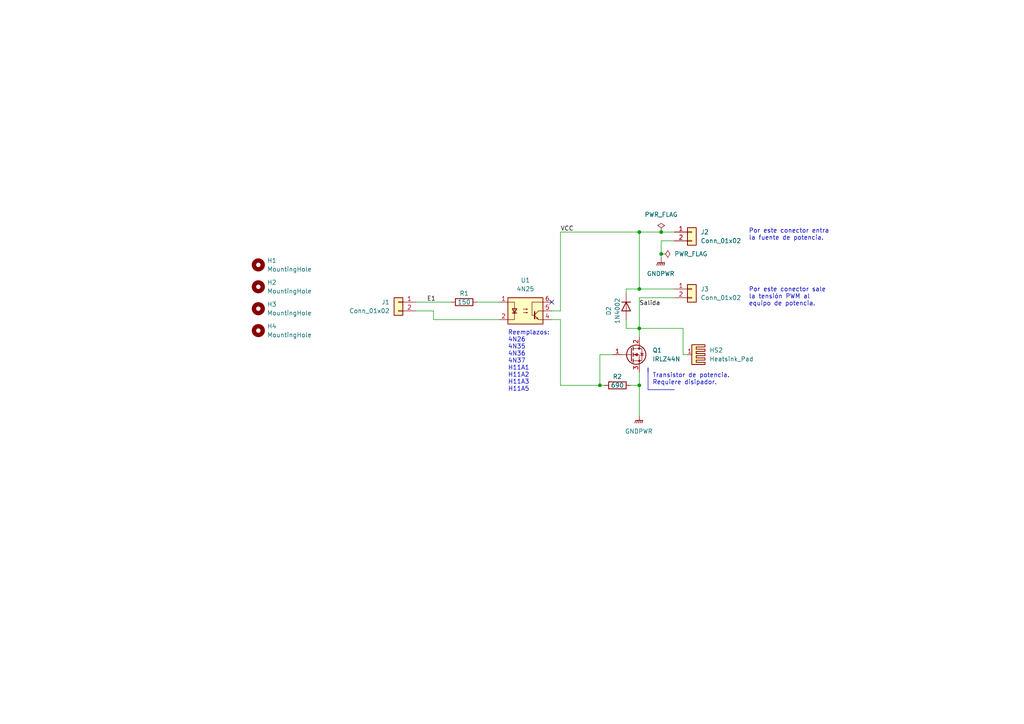
<source format=kicad_sch>
(kicad_sch (version 20250114) (generator "eeschema") (generator_version "9.0")
  (paper "A4")
  (title_block (title "Controlador CC 20 A") (date "2025-07-08") (company "Guillermo Federico Caporaletti") (comment 1 "Licencia: CERN OHL versión 25.0"))
  (lib_symbols
    (symbol "4N25_1" (pin_names (offset 1.016))
      (property "Reference" "U" (at -5.08 5.08 0))
      (property "Value" "4N25" (at 0 5.08 0))
      (symbol "4N25_1_0_1"
        (rectangle (start -5.08 3.81) (end 5.08 -3.81) (stroke (width 0.254)) (fill (type background)))
        (polyline (pts (xy -5.08 -2.54) (xy -3.175 -2.54) (xy -3.175 2.54) (xy -5.08 2.54)))
        (polyline (pts (xy -3.81 -0.635) (xy -2.54 -0.635)) (stroke (width 0.254)))
        (polyline (pts (xy -3.175 -0.635) (xy -3.81 0.635) (xy -2.54 0.635) (xy -3.175 -0.635)) (stroke (width 0.254)))
        (polyline (pts (xy -0.635 0.508) (xy 0.635 0.508) (xy 0.254 0.381) (xy 0.254 0.635) (xy 0.635 0.508)))
        (polyline (pts (xy -0.635 -0.508) (xy 0.635 -0.508) (xy 0.254 -0.635) (xy 0.254 -0.381) (xy 0.635 -0.508)))
        (polyline (pts (xy 2.667 -0.254) (xy 2.667 -2.286)) (stroke (width 0.3556)))
        (polyline (pts (xy 2.667 -1.143) (xy 3.81 0)))
        (polyline (pts (xy 2.667 -1.397) (xy 3.81 -2.54)))
        (polyline (pts (xy 3.683 -2.413) (xy 3.429 -1.905) (xy 3.175 -2.159) (xy 3.683 -2.413)))
        (polyline (pts (xy 3.81 0) (xy 5.08 0)))
        (polyline (pts (xy 3.81 -2.54) (xy 5.08 -2.54)))
        (polyline (pts (xy 5.08 2.54) (xy 1.905 2.54) (xy 1.905 -1.27) (xy 2.54 -1.27)))
      )
      (symbol "4N25_1_1_1"
        (pin passive line (at -7.62 2.54 0) (length 2.54) (name "~") (number "1"))
        (pin passive line (at -7.62 -2.54 0) (length 2.54) (name "~") (number "2"))
        (pin no_connect line (at -5.08 0 0) (length 2.54) (hide yes) (name "NC") (number "3"))
        (pin passive line (at 7.62 2.54 180) (length 2.54) (name "~") (number "6"))
        (pin passive line (at 7.62 0 180) (length 2.54) (name "~") (number "5"))
        (pin passive line (at 7.62 -2.54 180) (length 2.54) (name "~") (number "4"))
      )
    )
    (symbol "Connector_Generic:Conn_01x02" (pin_names (offset 1.016) (hide yes))
      (property "Reference" "J" (at 0 2.54 0))
      (property "Value" "Conn_01x02" (at 0 -5.08 0))
      (symbol "Conn_01x02_1_1"
        (rectangle (start -1.27 1.27) (end 1.27 -3.81) (stroke (width 0.254)) (fill (type background)))
        (rectangle (start -1.27 0.127) (end 0 -0.127) (stroke (width 0.1524)))
        (rectangle (start -1.27 -2.413) (end 0 -2.667) (stroke (width 0.1524)))
        (pin passive line (at -5.08 0 0) (length 3.81) (name "Pin_1") (number "1"))
        (pin passive line (at -5.08 -2.54 0) (length 3.81) (name "Pin_2") (number "2"))
      )
    )
    (symbol "Device:R" (pin_numbers (hide yes)) (pin_names (offset 0))
      (property "Reference" "R" (at 2.032 0 90))
      (property "Value" "R" (at 0 0 90))
      (symbol "R_0_1"
        (rectangle (start -1.016 -2.54) (end 1.016 2.54) (stroke (width 0.254)))
      )
      (symbol "R_1_1"
        (pin passive line (at 0 3.81 270) (length 1.27) (name "~") (number "1"))
        (pin passive line (at 0 -3.81 90) (length 1.27) (name "~") (number "2"))
      )
    )
    (symbol "Diode:1N4002" (pin_numbers (hide yes)) (pin_names (hide yes))
      (property "Reference" "D" (at 0 2.54 0))
      (property "Value" "1N4002" (at 0 -2.54 0))
      (symbol "1N4002_0_1"
        (polyline (pts (xy -1.27 1.27) (xy -1.27 -1.27)) (stroke (width 0.254)))
        (polyline (pts (xy 1.27 1.27) (xy 1.27 -1.27) (xy -1.27 0) (xy 1.27 1.27)) (stroke (width 0.254)))
        (polyline (pts (xy 1.27 0) (xy -1.27 0)))
      )
      (symbol "1N4002_1_1"
        (pin passive line (at -3.81 0 0) (length 2.54) (name "K") (number "1"))
        (pin passive line (at 3.81 0 180) (length 2.54) (name "A") (number "2"))
      )
    )
    (symbol "GNDPWR_1" (power) (pin_numbers (hide yes)) (pin_names (offset 0) (hide yes))
      (property "Value" "GNDPWR" (at 0 -3.302 0))
      (symbol "GNDPWR_1_0_1"
        (polyline (pts (xy -1.016 -1.27) (xy -1.27 -2.032) (xy -1.27 -2.032)) (stroke (width 0.2032)))
        (polyline (pts (xy -0.508 -1.27) (xy -0.762 -2.032) (xy -0.762 -2.032)) (stroke (width 0.2032)))
        (polyline (pts (xy 0 -1.27) (xy 0 0)))
        (polyline (pts (xy 0 -1.27) (xy -0.254 -2.032) (xy -0.254 -2.032)) (stroke (width 0.2032)))
        (polyline (pts (xy 0.508 -1.27) (xy 0.254 -2.032) (xy 0.254 -2.032)) (stroke (width 0.2032)))
        (polyline (pts (xy 1.016 -1.27) (xy -1.016 -1.27) (xy -1.016 -1.27)) (stroke (width 0.2032)))
        (polyline (pts (xy 1.016 -1.27) (xy 0.762 -2.032) (xy 0.762 -2.032) (xy 0.762 -2.032)) (stroke (width 0.2032)))
      )
      (symbol "GNDPWR_1_1_1"
        (pin power_in line (at 0 0 270) (length 0) (name "~") (number "1"))
      )
    )
    (symbol "Mechanical:Heatsink_Pad" (pin_names (offset 0))
      (property "Reference" "HS" (at 0 5.715 0))
      (property "Value" "Heatsink_Pad" (at 0 3.81 0))
      (symbol "Heatsink_Pad_0_1"
        (polyline (pts (xy -0.3302 0) (xy -0.9652 0) (xy -0.9652 2.54) (xy -1.6002 2.54) (xy -1.6002 0) (xy -2.2352 0) (xy -2.2352 2.54) (xy -2.8702 2.54) (xy -2.8702 -1.27) (xy -0.9652 -1.27)) (stroke (width 0.254)) (fill (type background)))
        (polyline (pts (xy -0.3302 0) (xy -0.3302 2.54) (xy 0.3048 2.54) (xy 0.3048 0) (xy 0.9398 0) (xy 0.9398 2.54) (xy 1.5748 2.54) (xy 1.5748 0) (xy 2.2098 0) (xy 2.2098 2.54) (xy 2.8448 2.54) (xy 2.8448 -1.27) (xy -0.9652 -1.27)) (stroke (width 0.254)) (fill (type background)))
      )
      (symbol "Heatsink_Pad_1_1"
        (pin passive line (at 0 -2.54 90) (length 1.27) (name "~") (number "1"))
      )
    )
    (symbol "Mechanical:MountingHole" (pin_names (offset 1.016))
      (property "Reference" "H" (at 0 5.08 0))
      (property "Value" "MountingHole" (at 0 3.175 0))
      (symbol "MountingHole_0_1"
        (circle (center 0 0) (radius 1.27) (stroke (width 1.27)))
      )
    )
    (symbol "Transistor_FET:IRLZ44N" (pin_names (hide yes))
      (property "Reference" "Q" (at 5.08 1.905 0))
      (property "Value" "IRLZ44N" (at 5.08 0 0))
      (symbol "IRLZ44N_0_1"
        (polyline (pts (xy 0.254 1.905) (xy 0.254 -1.905)) (stroke (width 0.254)))
        (polyline (pts (xy 0.254 0) (xy -2.54 0)))
        (polyline (pts (xy 0.762 2.286) (xy 0.762 1.27)) (stroke (width 0.254)))
        (polyline (pts (xy 0.762 0.508) (xy 0.762 -0.508)) (stroke (width 0.254)))
        (polyline (pts (xy 0.762 -1.27) (xy 0.762 -2.286)) (stroke (width 0.254)))
        (polyline (pts (xy 0.762 -1.778) (xy 3.302 -1.778) (xy 3.302 1.778) (xy 0.762 1.778)))
        (polyline (pts (xy 1.016 0) (xy 2.032 0.381) (xy 2.032 -0.381) (xy 1.016 0)) (fill (type outline)))
        (circle (center 1.651 0) (radius 2.794) (stroke (width 0.254)))
        (polyline (pts (xy 2.54 2.54) (xy 2.54 1.778)))
        (circle (center 2.54 1.778) (radius 0.254) (fill (type outline)))
        (circle (center 2.54 -1.778) (radius 0.254) (fill (type outline)))
        (polyline (pts (xy 2.54 -2.54) (xy 2.54 0) (xy 0.762 0)))
        (polyline (pts (xy 2.794 0.508) (xy 2.921 0.381) (xy 3.683 0.381) (xy 3.81 0.254)))
        (polyline (pts (xy 3.302 0.381) (xy 2.921 -0.254) (xy 3.683 -0.254) (xy 3.302 0.381)))
      )
      (symbol "IRLZ44N_1_1"
        (pin input line (at -5.08 0 0) (length 2.54) (name "G") (number "1"))
        (pin passive line (at 2.54 5.08 270) (length 2.54) (name "D") (number "2"))
        (pin passive line (at 2.54 -5.08 90) (length 2.54) (name "S") (number "3"))
      )
    )
    (symbol "power:PWR_FLAG" (power) (pin_numbers (hide yes)) (pin_names (offset 0) (hide yes))
      (property "Value" "PWR_FLAG" (at 0 3.81 0))
      (symbol "PWR_FLAG_0_0"
        (pin power_out line (at 0 0 90) (length 0) (name "pwr") (number "1"))
      )
      (symbol "PWR_FLAG_0_1"
        (polyline (pts (xy 0 0) (xy 0 1.27) (xy -1.016 1.905) (xy 0 2.54) (xy 1.016 1.905) (xy 0 1.27)))
      )
    )
  )
  (text "Por este conector entra \nla fuente de potencia." (at 217.17 69.85 0) (effects (font (size 1.27 1.27)) (justify left bottom)))
  (text "Transistor de potencia.\nRequiere disipador." (at 189.23 111.76 0) (effects (font (size 1.27 1.27)) (justify left bottom)))
  (text "Reemplazos: \n4N26\n4N35\n4N36\n4N37\nH11A1\nH11A2\nH11A3\nH11A5" (at 147.32 113.665 0) (effects (font (size 1.27 1.27)) (justify left bottom)))
  (text "Por este conector sale\nla tensión PWM al \nequipo de potencia." (at 217.17 88.9 0) (effects (font (size 1.27 1.27)) (justify left bottom)))
  (junction (at 191.77 73.66))
  (junction (at 185.42 83.82))
  (junction (at 185.42 67.31))
  (junction (at 191.77 67.31))
  (junction (at 185.42 95.25))
  (junction (at 185.42 111.76))
  (junction (at 173.99 111.76))
  (no_connect (at 160.02 87.63))
  (wire (pts (xy 182.88 111.76) (xy 185.42 111.76)))
  (wire (pts (xy 185.42 83.82) (xy 195.58 83.82)))
  (wire (pts (xy 120.65 90.17) (xy 125.73 90.17)))
  (wire (pts (xy 173.99 111.76) (xy 175.26 111.76)))
  (wire (pts (xy 125.73 92.71) (xy 144.78 92.71)))
  (wire (pts (xy 185.42 111.76) (xy 185.42 120.65)))
  (polyline (pts (xy 187.96 113.03) (xy 195.58 113.03)))
  (wire (pts (xy 162.56 90.17) (xy 160.02 90.17)))
  (wire (pts (xy 181.61 85.09) (xy 181.61 83.82)))
  (wire (pts (xy 181.61 83.82) (xy 185.42 83.82)))
  (wire (pts (xy 162.56 67.31) (xy 162.56 90.17)))
  (wire (pts (xy 185.42 95.25) (xy 181.61 95.25)))
  (wire (pts (xy 173.99 102.87) (xy 173.99 111.76)))
  (wire (pts (xy 162.56 67.31) (xy 185.42 67.31)))
  (wire (pts (xy 191.77 73.66) (xy 191.77 74.93)))
  (wire (pts (xy 185.42 67.31) (xy 191.77 67.31)))
  (wire (pts (xy 191.77 69.85) (xy 195.58 69.85)))
  (wire (pts (xy 138.43 87.63) (xy 144.78 87.63)))
  (wire (pts (xy 125.73 90.17) (xy 125.73 92.71)))
  (wire (pts (xy 191.77 67.31) (xy 195.58 67.31)))
  (wire (pts (xy 185.42 86.36) (xy 195.58 86.36)))
  (wire (pts (xy 120.65 87.63) (xy 130.81 87.63)))
  (wire (pts (xy 185.42 67.31) (xy 185.42 83.82)))
  (wire (pts (xy 185.42 86.36) (xy 185.42 95.25)))
  (wire (pts (xy 191.77 73.66) (xy 191.77 69.85)))
  (wire (pts (xy 162.56 111.76) (xy 173.99 111.76)))
  (wire (pts (xy 199.39 102.87) (xy 198.12 102.87)))
  (wire (pts (xy 198.12 102.87) (xy 198.12 95.25)))
  (wire (pts (xy 185.42 95.25) (xy 185.42 97.79)))
  (wire (pts (xy 185.42 95.25) (xy 198.12 95.25)))
  (wire (pts (xy 160.02 92.71) (xy 162.56 92.71)))
  (wire (pts (xy 173.99 102.87) (xy 177.8 102.87)))
  (polyline (pts (xy 187.96 106.68) (xy 187.96 113.03)))
  (wire (pts (xy 181.61 92.71) (xy 181.61 95.25)))
  (polyline (pts (xy 187.96 106.68) (xy 187.96 107.95)))
  (wire (pts (xy 185.42 107.95) (xy 185.42 111.76)))
  (wire (pts (xy 162.56 92.71) (xy 162.56 111.76)))
  (label "Salida" (at 185.42 88.9 0))
  (label "VCC" (at 162.56 67.31 0))
  (label "E1" (at 123.825 87.63 0))
  (symbol (lib_name "GNDPWR_1") (lib_id "power:GNDPWR") (at 191.77 74.93 0) (unit 1)
    (property "Reference" "#PWR02" (effects (hide yes)))
    (property "Value" "GNDPWR" (at 191.643 79.375 0))
    (property "Description" "Power symbol creates a global label with name \"GNDPWR\" , global ground" (effects (hide yes)))
  )
  (symbol (lib_name "4N25_1") (lib_id "Isolator:4N25") (at 152.4 90.17 0) (unit 1)
    (property "Reference" "U1" (at 152.4 81.28 0))
    (property "Value" "4N25" (at 152.4 83.82 0))
    (property "Footprint" "Package_DIP:DIP-6_W7.62mm" (effects (hide yes)))
    (property "Datasheet" "https://www.vishay.com/docs/83725/4n25.pdf" (effects (hide yes)))
    (property "Description" "DC Optocoupler Base Connected, Vce 30V, CTR 20%, Viso 2500V, DIP6" (effects (hide yes)))
  )
  (symbol (lib_id "Mechanical:Heatsink_Pad") (at 201.93 102.87 270) (unit 1)
    (property "Reference" "HS2" (at 205.74 101.5873 90) (effects (justify left)))
    (property "Value" "Heatsink_Pad" (at 205.74 104.1273 90) (effects (justify left)))
    (property "Footprint" "Heatsink:Heatsink_Fischer_SK104-STC-STIC_35x13mm_2xDrill2.5mm" (effects (hide yes)))
  )
  (symbol (lib_id "Device:R") (at 134.62 87.63 90) (unit 1)
    (property "Reference" "R1" (at 134.62 85.09 90))
    (property "Value" "150" (at 134.62 87.63 90))
    (property "Footprint" "Resistor_THT:R_Axial_DIN0207_L6.3mm_D2.5mm_P7.62mm_Horizontal" (effects (hide yes)))
    (property "Potencia" "0,25 W" (effects (hide yes)))
  )
  (symbol (lib_id "Connector_Generic:Conn_01x02") (at 200.66 67.31 0) (unit 1)
    (property "Reference" "J2" (at 203.2 67.31 0) (effects (justify left)))
    (property "Value" "Conn_01x02" (at 203.2 69.85 0) (effects (justify left)))
    (property "Footprint" "TerminalBlock_MetzConnect:TerminalBlock_MetzConnect_Type094_RT03502HBLU_1x02_P5.00mm_Horizontal" (effects (hide yes)))
  )
  (symbol (lib_id "power:PWR_FLAG") (at 191.77 73.66 270) (unit 1)
    (property "Reference" "#FLG01" (effects (hide yes)))
    (property "Value" "PWR_FLAG" (at 195.58 73.66 90) (effects (justify left)))
  )
  (symbol (lib_id "Mechanical:MountingHole") (at 74.93 83.185 0) (unit 1)
    (property "Reference" "H2" (at 77.47 81.915 0) (effects (justify left)))
    (property "Value" "MountingHole" (at 77.47 84.455 0) (effects (justify left)))
    (property "Footprint" "MountingHole:MountingHole_3.5mm" (effects (hide yes)))
  )
  (symbol (lib_id "power:PWR_FLAG") (at 191.77 67.31 0) (unit 1)
    (property "Reference" "#FLG02" (effects (hide yes)))
    (property "Value" "PWR_FLAG" (at 191.77 62.23 0))
  )
  (symbol (lib_id "Mechanical:MountingHole") (at 74.93 76.835 0) (unit 1)
    (property "Reference" "H1" (at 77.47 75.565 0) (effects (justify left)))
    (property "Value" "MountingHole" (at 77.47 78.105 0) (effects (justify left)))
    (property "Footprint" "MountingHole:MountingHole_3.5mm" (effects (hide yes)))
  )
  (symbol (lib_id "Diode:1N4002") (at 181.61 88.9 90) (mirror x) (unit 1)
    (property "Reference" "D2" (at 176.53 90.17 0))
    (property "Value" "1N4002" (at 179.07 90.17 0))
    (property "Footprint" "Diode_THT:D_A-405_P5.08mm_Vertical_KathodeUp" (effects (hide yes)))
    (property "Datasheet" "http://www.vishay.com/docs/88503/1n4001.pdf" (effects (hide yes)))
    (property "Sim.Device" "D" (effects (hide yes)))
    (property "Sim.Pins" "1=K 2=A" (effects (hide yes)))
  )
  (symbol (lib_name "GNDPWR_1") (lib_id "power:GNDPWR") (at 185.42 120.65 0) (unit 1)
    (property "Reference" "#PWR01" (effects (hide yes)))
    (property "Value" "GNDPWR" (at 185.293 125.095 0))
    (property "Description" "Power symbol creates a global label with name \"GNDPWR\" , global ground" (effects (hide yes)))
  )
  (symbol (lib_id "Mechanical:MountingHole") (at 74.93 95.885 0) (unit 1)
    (property "Reference" "H4" (at 77.47 94.615 0) (effects (justify left)))
    (property "Value" "MountingHole" (at 77.47 97.155 0) (effects (justify left)))
    (property "Footprint" "MountingHole:MountingHole_3.5mm" (effects (hide yes)))
  )
  (symbol (lib_id "Device:R") (at 179.07 111.76 270) (unit 1)
    (property "Reference" "R2" (at 179.07 109.22 90))
    (property "Value" "690" (at 179.07 111.76 90))
    (property "Footprint" "Resistor_THT:R_Axial_DIN0309_L9.0mm_D3.2mm_P12.70mm_Horizontal" (effects (hide yes)))
    (property "Potencia" "0,25 W" (effects (hide yes)))
  )
  (symbol (lib_id "Connector_Generic:Conn_01x02") (at 200.66 83.82 0) (unit 1)
    (property "Reference" "J3" (at 203.2 83.82 0) (effects (justify left)))
    (property "Value" "Conn_01x02" (at 203.2 86.36 0) (effects (justify left)))
    (property "Footprint" "TerminalBlock_MetzConnect:TerminalBlock_MetzConnect_Type094_RT03502HBLU_1x02_P5.00mm_Horizontal" (effects (hide yes)))
  )
  (symbol (lib_id "Mechanical:MountingHole") (at 74.93 89.535 0) (unit 1)
    (property "Reference" "H3" (at 77.47 88.265 0) (effects (justify left)))
    (property "Value" "MountingHole" (at 77.47 90.805 0) (effects (justify left)))
    (property "Footprint" "MountingHole:MountingHole_3.5mm" (effects (hide yes)))
  )
  (symbol (lib_id "Transistor_FET:IRLZ44N") (at 182.88 102.87 0) (unit 1)
    (property "Reference" "Q1" (at 189.23 101.5999 0) (effects (justify left)))
    (property "Value" "IRLZ44N" (at 189.23 104.1399 0) (effects (justify left)))
    (property "Footprint" "Package_TO_SOT_THT:TO-220-3_Vertical" (effects (hide yes)))
    (property "Datasheet" "http://www.irf.com/product-info/datasheets/data/irlz44n.pdf" (effects (hide yes)))
    (property "Description" "47A Id, 55V Vds, 22mOhm Rds Single N-Channel HEXFET Power MOSFET, TO-220AB" (effects (hide yes)))
  )
  (symbol (lib_id "Connector_Generic:Conn_01x02") (at 115.57 87.63 0) (mirror y) (unit 1)
    (property "Reference" "J1" (at 113.03 87.63 0) (effects (justify left)))
    (property "Value" "Conn_01x02" (at 113.03 90.17 0) (effects (justify left)))
    (property "Footprint" "Connector_PinHeader_2.54mm:PinHeader_1x02_P2.54mm_Vertical" (effects (hide yes)))
  )
)
</source>
